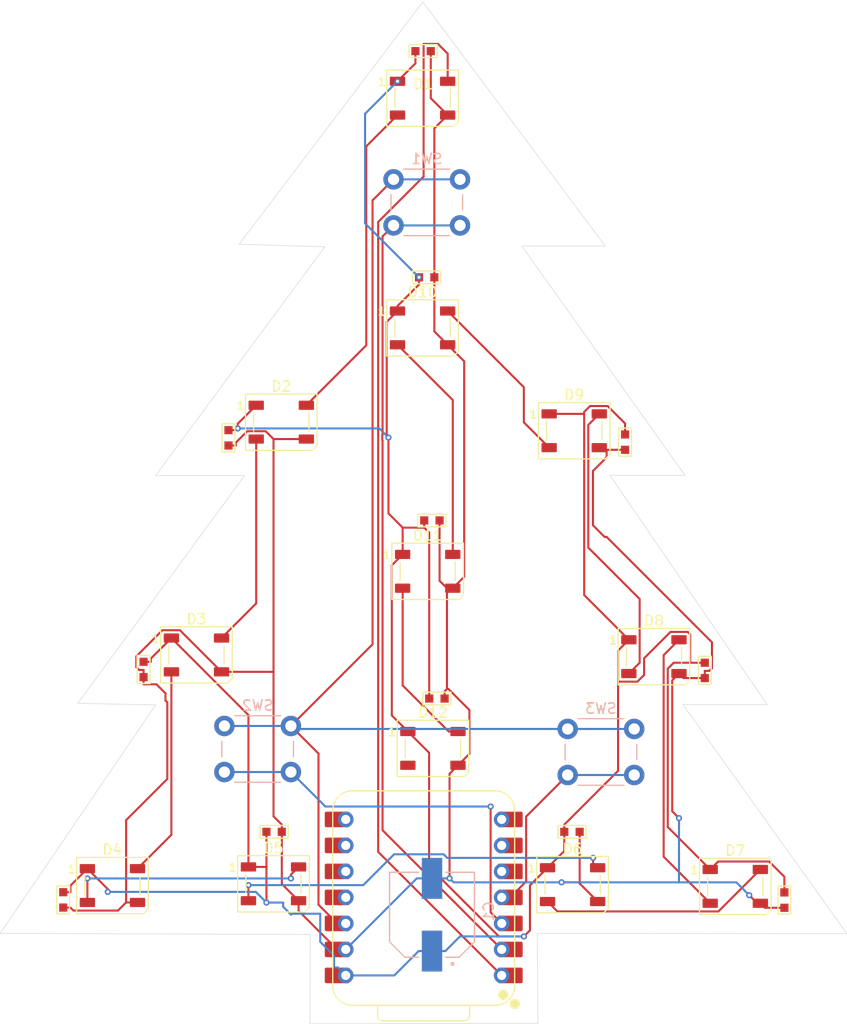
<source format=kicad_pcb>
(kicad_pcb (version 20241229) (generator "pcbnew") (generator_version "9.0")
  (layers (0 "F.Cu" signal) (2 "B.Cu" signal) (13 "F.Paste" user) (15 "B.Paste" user) (5 "F.SilkS" user "F.Silkscreen") (7 "B.SilkS" user "B.Silkscreen") (1 "F.Mask" user) (3 "B.Mask" user) (25 "Edge.Cuts" user))
  (net 0 "")
  (net 1 "Net-(D1-DIN)")
  (net 2 "+5V")
  (net 3 "Net-(D1-DOUT)")
  (net 4 "GND")
  (net 5 "Net-(D2-DOUT)")
  (net 6 "Net-(D3-DOUT)")
  (net 7 "Net-(D4-DOUT)")
  (net 8 "Net-(D5-DOUT)")
  (net 9 "Net-(D6-DOUT)")
  (net 10 "Net-(D10-DIN)")
  (net 11 "Net-(D11-DOUT)")
  (net 12 "+3.3V")
  (net 13 "Net-(U2-GPIO2{slash}DA{slash}A1)")
  (net 14 "Net-(U2-GPIO3{slash}D2{slash}A2)")
  (net 15 "Net-(U2-GPIO4{slash}D3{slash}A3)")
  (net 23 "Net-(D7-DOUT)")
  (net 24 "Net-(D8-DOUT)")
  (net 25 "Net-(D10-DOUT)")
  (footprint "100nF Cap:WCAP-CSGP_0603_R" (layer "F.Cu") (at 137.28 143.4 -90)
    (property "Reference" "C5" (hide yes))
    (property "Value" "C")
    (pad "1" smd rect (at -0.75 0 270) (size 0.8 0.8) (layers "F.Cu" "F.Mask" "F.Paste") (net 2 "+5V"))
    (pad "2" smd rect (at 0.75 0 270) (size 0.8 0.8) (layers "F.Cu" "F.Mask" "F.Paste") (net 4 "GND"))
  )
  (footprint "LED_SMD:LED_WS2812B_PLCC4_5.0x5.0mm_P3.2mm" (layer "F.Cu") (at 172.4 65.08)
    (property "Reference" "D1" (at 0.05 -1.38 0) (layer "F.SilkS"))
    (property "Value" "WS2812B" (hide yes))
    (fp_text user "1" (at -4 -1.6 0) (layer "F.SilkS") (effects (font (size 0.8 0.8))))
    (pad "1" smd roundrect (at -2.45 -1.65) (size 1.5 0.9) (layers "F.Cu" "F.Mask" "F.Paste") (roundrect_rratio 0.1) (net 2 "+5V"))
    (pad "2" smd roundrect (at -2.45 1.65) (size 1.5 0.9) (layers "F.Cu" "F.Mask" "F.Paste") (roundrect_rratio 0.1) (net 3 "Net-(D1-DOUT)"))
    (pad "3" smd roundrect (at 2.45 1.65) (size 1.5 0.9) (layers "F.Cu" "F.Mask" "F.Paste") (roundrect_rratio 0.1) (net 4 "GND"))
    (pad "4" smd roundrect (at 2.45 -1.65) (size 1.5 0.9) (layers "F.Cu" "F.Mask" "F.Paste") (roundrect_rratio 0.1) (net 1 "Net-(D1-DIN)"))
  )
  (footprint "LED_SMD:LED_WS2812B_PLCC4_5.0x5.0mm_P3.2mm" (layer "F.Cu") (at 157.83 141.83)
    (property "Reference" "D5" (at 0 -3.5 0) (layer "F.SilkS"))
    (property "Value" "WS2812B" (hide yes))
    (fp_text user "1" (at -4 -1.6 0) (layer "F.SilkS") (effects (font (size 0.8 0.8))))
    (pad "1" smd roundrect (at -2.45 -1.65) (size 1.5 0.9) (layers "F.Cu" "F.Mask" "F.Paste") (roundrect_rratio 0.1) (net 2 "+5V"))
    (pad "2" smd roundrect (at -2.45 1.65) (size 1.5 0.9) (layers "F.Cu" "F.Mask" "F.Paste") (roundrect_rratio 0.1) (net 8 "Net-(D5-DOUT)"))
    (pad "3" smd roundrect (at 2.45 1.65) (size 1.5 0.9) (layers "F.Cu" "F.Mask" "F.Paste") (roundrect_rratio 0.1) (net 4 "GND"))
    (pad "4" smd roundrect (at 2.45 -1.65) (size 1.5 0.9) (layers "F.Cu" "F.Mask" "F.Paste") (roundrect_rratio 0.1) (net 7 "Net-(D4-DOUT)"))
  )
  (footprint "100nF Cap:WCAP-CSGP_0603_R" (layer "F.Cu") (at 192.19 98.68 -90)
    (property "Reference" "C10" (hide yes))
    (property "Value" "C")
    (pad "1" smd rect (at -0.75 0 270) (size 0.8 0.8) (layers "F.Cu" "F.Mask" "F.Paste") (net 2 "+5V"))
    (pad "2" smd rect (at 0.75 0 270) (size 0.8 0.8) (layers "F.Cu" "F.Mask" "F.Paste") (net 4 "GND"))
  )
  (footprint "LED_SMD:LED_WS2812B_PLCC4_5.0x5.0mm_P3.2mm" (layer "F.Cu") (at 150.3 119.47)
    (property "Reference" "D3" (at 0 -3.5 0) (layer "F.SilkS"))
    (property "Value" "WS2812B" (hide yes))
    (fp_text user "1" (at -4 -1.6 0) (layer "F.SilkS") (effects (font (size 0.8 0.8))))
    (pad "1" smd roundrect (at -2.45 -1.65) (size 1.5 0.9) (layers "F.Cu" "F.Mask" "F.Paste") (roundrect_rratio 0.1) (net 2 "+5V"))
    (pad "2" smd roundrect (at -2.45 1.65) (size 1.5 0.9) (layers "F.Cu" "F.Mask" "F.Paste") (roundrect_rratio 0.1) (net 6 "Net-(D3-DOUT)"))
    (pad "3" smd roundrect (at 2.45 1.65) (size 1.5 0.9) (layers "F.Cu" "F.Mask" "F.Paste") (roundrect_rratio 0.1) (net 4 "GND"))
    (pad "4" smd roundrect (at 2.45 -1.65) (size 1.5 0.9) (layers "F.Cu" "F.Mask" "F.Paste") (roundrect_rratio 0.1) (net 5 "Net-(D2-DOUT)"))
  )
  (footprint "LED_SMD:LED_WS2812B_PLCC4_5.0x5.0mm_P3.2mm" (layer "F.Cu") (at 172.4 87.52)
    (property "Reference" "D10" (at 0 -3.5 0) (layer "F.SilkS"))
    (property "Value" "WS2812B" (hide yes))
    (fp_text user "1" (at -4 -1.6 0) (layer "F.SilkS") (effects (font (size 0.8 0.8))))
    (pad "1" smd roundrect (at -2.45 -1.65) (size 1.5 0.9) (layers "F.Cu" "F.Mask" "F.Paste") (roundrect_rratio 0.1) (net 2 "+5V"))
    (pad "2" smd roundrect (at -2.45 1.65) (size 1.5 0.9) (layers "F.Cu" "F.Mask" "F.Paste") (roundrect_rratio 0.1) (net 25 "Net-(D10-DOUT)"))
    (pad "3" smd roundrect (at 2.45 1.65) (size 1.5 0.9) (layers "F.Cu" "F.Mask" "F.Paste") (roundrect_rratio 0.1) (net 4 "GND"))
    (pad "4" smd roundrect (at 2.45 -1.65) (size 1.5 0.9) (layers "F.Cu" "F.Mask" "F.Paste") (roundrect_rratio 0.1) (net 10 "Net-(D10-DIN)"))
  )
  (footprint "100nF Cap:WCAP-CSGP_0603_R" (layer "F.Cu") (at 187 136.75)
    (property "Reference" "C7" (hide yes))
    (property "Value" "C")
    (pad "1" smd rect (at -0.75 0) (size 0.8 0.8) (layers "F.Cu" "F.Mask" "F.Paste") (net 2 "+5V"))
    (pad "2" smd rect (at 0.75 0) (size 0.8 0.8) (layers "F.Cu" "F.Mask" "F.Paste") (net 4 "GND"))
  )
  (footprint "100nF Cap:WCAP-CSGP_0603_R" (layer "F.Cu") (at 153.43 98.26 -90)
    (property "Reference" "C3" (hide yes))
    (property "Value" "C")
    (pad "1" smd rect (at -0.75 0 270) (size 0.8 0.8) (layers "F.Cu" "F.Mask" "F.Paste") (net 2 "+5V"))
    (pad "2" smd rect (at 0.75 0 270) (size 0.8 0.8) (layers "F.Cu" "F.Mask" "F.Paste") (net 4 "GND"))
  )
  (footprint "LED_SMD:LED_WS2812B_PLCC4_5.0x5.0mm_P3.2mm" (layer "F.Cu") (at 187.06 141.91)
    (property "Reference" "D6" (at 0 -3.5 0) (layer "F.SilkS"))
    (property "Value" "WS2812B" (hide yes))
    (fp_text user "1" (at -4 -1.6 0) (layer "F.SilkS") (effects (font (size 0.8 0.8))))
    (pad "1" smd roundrect (at -2.45 -1.65) (size 1.5 0.9) (layers "F.Cu" "F.Mask" "F.Paste") (roundrect_rratio 0.1) (net 2 "+5V"))
    (pad "2" smd roundrect (at -2.45 1.65) (size 1.5 0.9) (layers "F.Cu" "F.Mask" "F.Paste") (roundrect_rratio 0.1) (net 9 "Net-(D6-DOUT)"))
    (pad "3" smd roundrect (at 2.45 1.65) (size 1.5 0.9) (layers "F.Cu" "F.Mask" "F.Paste") (roundrect_rratio 0.1) (net 4 "GND"))
    (pad "4" smd roundrect (at 2.45 -1.65) (size 1.5 0.9) (layers "F.Cu" "F.Mask" "F.Paste") (roundrect_rratio 0.1) (net 8 "Net-(D5-DOUT)"))
  )
  (footprint "LED_SMD:LED_WS2812B_PLCC4_5.0x5.0mm_P3.2mm" (layer "F.Cu") (at 173.41 128.6)
    (property "Reference" "D12" (at 0 -3.5 0) (layer "F.SilkS"))
    (property "Value" "WS2812B" (hide yes))
    (fp_text user "1" (at -4 -1.6 0) (layer "F.SilkS") (effects (font (size 0.8 0.8))))
    (pad "1" smd roundrect (at -2.45 -1.65) (size 1.5 0.9) (layers "F.Cu" "F.Mask" "F.Paste") (roundrect_rratio 0.1) (net 2 "+5V"))
    (pad "2" smd roundrect (at -2.45 1.65) (size 1.5 0.9) (layers "F.Cu" "F.Mask" "F.Paste") (roundrect_rratio 0.1))
    (pad "3" smd roundrect (at 2.45 1.65) (size 1.5 0.9) (layers "F.Cu" "F.Mask" "F.Paste") (roundrect_rratio 0.1) (net 4 "GND"))
    (pad "4" smd roundrect (at 2.45 -1.65) (size 1.5 0.9) (layers "F.Cu" "F.Mask" "F.Paste") (roundrect_rratio 0.1) (net 11 "Net-(D11-DOUT)"))
  )
  (footprint "LED_SMD:LED_WS2812B_PLCC4_5.0x5.0mm_P3.2mm" (layer "F.Cu") (at 142.09 142)
    (property "Reference" "D4" (at 0 -3.5 0) (layer "F.SilkS"))
    (property "Value" "WS2812B" (hide yes))
    (fp_text user "1" (at -4 -1.6 0) (layer "F.SilkS") (effects (font (size 0.8 0.8))))
    (pad "1" smd roundrect (at -2.45 -1.65) (size 1.5 0.9) (layers "F.Cu" "F.Mask" "F.Paste") (roundrect_rratio 0.1) (net 2 "+5V"))
    (pad "2" smd roundrect (at -2.45 1.65) (size 1.5 0.9) (layers "F.Cu" "F.Mask" "F.Paste") (roundrect_rratio 0.1) (net 7 "Net-(D4-DOUT)"))
    (pad "3" smd roundrect (at 2.45 1.65) (size 1.5 0.9) (layers "F.Cu" "F.Mask" "F.Paste") (roundrect_rratio 0.1) (net 4 "GND"))
    (pad "4" smd roundrect (at 2.45 -1.65) (size 1.5 0.9) (layers "F.Cu" "F.Mask" "F.Paste") (roundrect_rratio 0.1) (net 6 "Net-(D3-DOUT)"))
  )
  (footprint "100nF Cap:WCAP-CSGP_0603_R" (layer "F.Cu") (at 157.89 136.75)
    (property "Reference" "C6" (hide yes))
    (property "Value" "C")
    (pad "1" smd rect (at -0.75 0) (size 0.8 0.8) (layers "F.Cu" "F.Mask" "F.Paste") (net 2 "+5V"))
    (pad "2" smd rect (at 0.75 0) (size 0.8 0.8) (layers "F.Cu" "F.Mask" "F.Paste") (net 4 "GND"))
  )
  (footprint "100nF Cap:WCAP-CSGP_0603_R" (layer "F.Cu") (at 207.76 143.42 -90)
    (property "Reference" "C8" (hide yes))
    (property "Value" "C")
    (pad "1" smd rect (at -0.75 0 270) (size 0.8 0.8) (layers "F.Cu" "F.Mask" "F.Paste") (net 2 "+5V"))
    (pad "2" smd rect (at 0.75 0 270) (size 0.8 0.8) (layers "F.Cu" "F.Mask" "F.Paste") (net 4 "GND"))
  )
  (footprint "LED_SMD:LED_WS2812B_PLCC4_5.0x5.0mm_P3.2mm" (layer "F.Cu") (at 158.59 96.73)
    (property "Reference" "D2" (at 0 -3.5 0) (layer "F.SilkS"))
    (property "Value" "WS2812B" (hide yes))
    (fp_text user "1" (at -4 -1.6 0) (layer "F.SilkS") (effects (font (size 0.8 0.8))))
    (pad "1" smd roundrect (at -2.45 -1.65) (size 1.5 0.9) (layers "F.Cu" "F.Mask" "F.Paste") (roundrect_rratio 0.1) (net 2 "+5V"))
    (pad "2" smd roundrect (at -2.45 1.65) (size 1.5 0.9) (layers "F.Cu" "F.Mask" "F.Paste") (roundrect_rratio 0.1) (net 5 "Net-(D2-DOUT)"))
    (pad "3" smd roundrect (at 2.45 1.65) (size 1.5 0.9) (layers "F.Cu" "F.Mask" "F.Paste") (roundrect_rratio 0.1) (net 4 "GND"))
    (pad "4" smd roundrect (at 2.45 -1.65) (size 1.5 0.9) (layers "F.Cu" "F.Mask" "F.Paste") (roundrect_rratio 0.1) (net 3 "Net-(D1-DOUT)"))
  )
  (footprint "xiao seeed:XIAO-ESP32S3-DIP" (layer "F.Cu") (at 172.51 143.16 180)
    (property "Reference" "U2" (hide yes))
    (property "Value" "XIAO-ESP32-S3-DIP")
    (pad "1" smd roundrect (at -8.455 -7.62) (size 2.432 1.524) (layers "F.Cu" "F.Mask") (roundrect_rratio 0.1) (net 1 "Net-(D1-DIN)"))
    (pad "1" thru_hole circle (at -7.62 -7.62) (size 1.524 1.524) (drill 0.889) (layers "*.Cu" "*.Mask") (net 1 "Net-(D1-DIN)"))
    (pad "2" smd roundrect (at -8.455 -5.08) (size 2.432 1.524) (layers "F.Cu" "F.Mask") (roundrect_rratio 0.1) (net 13 "Net-(U2-GPIO2{slash}DA{slash}A1)"))
    (pad "2" thru_hole circle (at -7.62 -5.08) (size 1.524 1.524) (drill 0.889) (layers "*.Cu" "*.Mask") (net 13 "Net-(U2-GPIO2{slash}DA{slash}A1)"))
    (pad "3" smd roundrect (at -8.455 -2.54) (size 2.432 1.524) (layers "F.Cu" "F.Mask") (roundrect_rratio 0.1) (net 14 "Net-(U2-GPIO3{slash}D2{slash}A2)"))
    (pad "3" thru_hole circle (at -7.62 -2.54) (size 1.524 1.524) (drill 0.889) (layers "*.Cu" "*.Mask") (net 14 "Net-(U2-GPIO3{slash}D2{slash}A2)"))
    (pad "4" smd roundrect (at -8.455 0) (size 2.432 1.524) (layers "F.Cu" "F.Mask") (roundrect_rratio 0.1) (net 15 "Net-(U2-GPIO4{slash}D3{slash}A3)"))
    (pad "4" thru_hole circle (at -7.62 0) (size 1.524 1.524) (drill 0.889) (layers "*.Cu" "*.Mask") (net 15 "Net-(U2-GPIO4{slash}D3{slash}A3)"))
    (pad "5" smd roundrect (at -8.455 2.54) (size 2.432 1.524) (layers "F.Cu" "F.Mask") (roundrect_rratio 0.1))
    (pad "5" thru_hole circle (at -7.62 2.54) (size 1.524 1.524) (drill 0.889) (layers "*.Cu" "*.Mask"))
    (pad "6" smd roundrect (at -8.455 5.08) (size 2.432 1.524) (layers "F.Cu" "F.Mask") (roundrect_rratio 0.1))
    (pad "6" thru_hole circle (at -7.62 5.08) (size 1.524 1.524) (drill 0.889) (layers "*.Cu" "*.Mask"))
    (pad "7" smd roundrect (at -8.455 7.62) (size 2.432 1.524) (layers "F.Cu" "F.Mask") (roundrect_rratio 0.1))
    (pad "7" thru_hole circle (at -7.62 7.62) (size 1.524 1.524) (drill 0.889) (layers "*.Cu" "*.Mask"))
    (pad "8" thru_hole circle (at 7.62 7.62 180) (size 1.524 1.524) (drill 0.889) (layers "*.Cu" "*.Mask"))
    (pad "8" smd roundrect (at 8.455 7.62 180) (size 2.432 1.524) (layers "F.Cu" "F.Mask") (roundrect_rratio 0.1))
    (pad "9" thru_hole circle (at 7.62 5.08 180) (size 1.524 1.524) (drill 0.889) (layers "*.Cu" "*.Mask"))
    (pad "9" smd roundrect (at 8.455 5.08 180) (size 2.432 1.524) (layers "F.Cu" "F.Mask") (roundrect_rratio 0.1))
    (pad "10" thru_hole circle (at 7.62 2.54 180) (size 1.524 1.524) (drill 0.889) (layers "*.Cu" "*.Mask"))
    (pad "10" smd roundrect (at 8.455 2.54 180) (size 2.432 1.524) (layers "F.Cu" "F.Mask") (roundrect_rratio 0.1))
    (pad "11" thru_hole circle (at 7.62 0 180) (size 1.524 1.524) (drill 0.889) (layers "*.Cu" "*.Mask"))
    (pad "11" smd roundrect (at 8.455 0 180) (size 2.432 1.524) (layers "F.Cu" "F.Mask") (roundrect_rratio 0.1))
    (pad "12" thru_hole circle (at 7.62 -2.54 180) (size 1.524 1.524) (drill 0.889) (layers "*.Cu" "*.Mask") (net 12 "+3.3V"))
    (pad "12" smd roundrect (at 8.455 -2.54 180) (size 2.432 1.524) (layers "F.Cu" "F.Mask") (roundrect_rratio 0.1) (net 12 "+3.3V"))
    (pad "13" thru_hole circle (at 7.62 -5.08 180) (size 1.524 1.524) (drill 0.889) (layers "*.Cu" "*.Mask") (net 4 "GND"))
    (pad "13" smd roundrect (at 8.455 -5.08 180) (size 2.432 1.524) (layers "F.Cu" "F.Mask") (roundrect_rratio 0.1) (net 4 "GND"))
    (pad "14" thru_hole circle (at 7.62 -7.62 180) (size 1.524 1.524) (drill 0.889) (layers "*.Cu" "*.Mask") (net 2 "+5V"))
    (pad "14" smd roundrect (at 8.455 -7.62 180) (size 2.432 1.524) (layers "F.Cu" "F.Mask") (roundrect_rratio 0.1) (net 2 "+5V"))
  )
  (footprint "100nF Cap:WCAP-CSGP_0603_R" (layer "F.Cu") (at 172.8 82.58)
    (property "Reference" "C11" (hide yes))
    (property "Value" "C")
    (pad "1" smd rect (at -0.75 0) (size 0.8 0.8) (layers "F.Cu" "F.Mask" "F.Paste") (net 2 "+5V"))
    (pad "2" smd rect (at 0.75 0) (size 0.8 0.8) (layers "F.Cu" "F.Mask" "F.Paste") (net 4 "GND"))
  )
  (footprint "100nF Cap:WCAP-CSGP_0603_R" (layer "F.Cu") (at 173.31 106.33)
    (property "Reference" "C12" (hide yes))
    (property "Value" "C")
    (pad "1" smd rect (at -0.75 0) (size 0.8 0.8) (layers "F.Cu" "F.Mask" "F.Paste") (net 2 "+5V"))
    (pad "2" smd rect (at 0.75 0) (size 0.8 0.8) (layers "F.Cu" "F.Mask" "F.Paste") (net 4 "GND"))
  )
  (footprint "100nF Cap:WCAP-CSGP_0603_R" (layer "F.Cu") (at 172.45 60.48)
    (property "Reference" "C2" (hide yes))
    (property "Value" "C")
    (pad "1" smd rect (at -0.75 0) (size 0.8 0.8) (layers "F.Cu" "F.Mask" "F.Paste") (net 2 "+5V"))
    (pad "2" smd rect (at 0.75 0) (size 0.8 0.8) (layers "F.Cu" "F.Mask" "F.Paste") (net 4 "GND"))
  )
  (footprint "100nF Cap:WCAP-CSGP_0603_R" (layer "F.Cu") (at 199.98 120.98 -90)
    (property "Reference" "C9" (hide yes))
    (property "Value" "C")
    (pad "1" smd rect (at -0.75 0 270) (size 0.8 0.8) (layers "F.Cu" "F.Mask" "F.Paste") (net 2 "+5V"))
    (pad "2" smd rect (at 0.75 0 270) (size 0.8 0.8) (layers "F.Cu" "F.Mask" "F.Paste") (net 4 "GND"))
  )
  (footprint "100nF Cap:WCAP-CSGP_0603_R" (layer "F.Cu") (at 173.8 123.73)
    (property "Reference" "C13" (hide yes))
    (property "Value" "C")
    (pad "1" smd rect (at -0.75 0) (size 0.8 0.8) (layers "F.Cu" "F.Mask" "F.Paste") (net 2 "+5V"))
    (pad "2" smd rect (at 0.75 0) (size 0.8 0.8) (layers "F.Cu" "F.Mask" "F.Paste") (net 4 "GND"))
  )
  (footprint "100nF Cap:WCAP-CSGP_0603_R" (layer "F.Cu") (at 145.13 120.89 -90)
    (property "Reference" "C4" (hide yes))
    (property "Value" "C")
    (pad "1" smd rect (at -0.75 0 270) (size 0.8 0.8) (layers "F.Cu" "F.Mask" "F.Paste") (net 2 "+5V"))
    (pad "2" smd rect (at 0.75 0 270) (size 0.8 0.8) (layers "F.Cu" "F.Mask" "F.Paste") (net 4 "GND"))
  )
  (footprint "LED_SMD:LED_WS2812B_PLCC4_5.0x5.0mm_P3.2mm" (layer "F.Cu") (at 202.96 142.08)
    (property "Reference" "D7" (at 0 -3.5 0) (layer "F.SilkS"))
    (property "Value" "WS2812B" (hide yes))
    (fp_text user "1" (at -4 -1.6 0) (layer "F.SilkS") (effects (font (size 0.8 0.8))))
    (pad "1" smd roundrect (at -2.45 -1.65) (size 1.5 0.9) (layers "F.Cu" "F.Mask" "F.Paste") (roundrect_rratio 0.1) (net 2 "+5V"))
    (pad "2" smd roundrect (at -2.45 1.65) (size 1.5 0.9) (layers "F.Cu" "F.Mask" "F.Paste") (roundrect_rratio 0.1) (net 23 "Net-(D7-DOUT)"))
    (pad "3" smd roundrect (at 2.45 1.65) (size 1.5 0.9) (layers "F.Cu" "F.Mask" "F.Paste") (roundrect_rratio 0.1) (net 4 "GND"))
    (pad "4" smd roundrect (at 2.45 -1.65) (size 1.5 0.9) (layers "F.Cu" "F.Mask" "F.Paste") (roundrect_rratio 0.1) (net 9 "Net-(D6-DOUT)"))
  )
  (footprint "LED_SMD:LED_WS2812B_PLCC4_5.0x5.0mm_P3.2mm" (layer "F.Cu") (at 187.22 97.57)
    (property "Reference" "D9" (at 0 -3.5 0) (layer "F.SilkS"))
    (property "Value" "WS2812B" (hide yes))
    (fp_text user "1" (at -4 -1.6 0) (layer "F.SilkS") (effects (font (size 0.8 0.8))))
    (pad "1" smd roundrect (at -2.45 -1.65) (size 1.5 0.9) (layers "F.Cu" "F.Mask" "F.Paste") (roundrect_rratio 0.1) (net 2 "+5V"))
    (pad "2" smd roundrect (at -2.45 1.65) (size 1.5 0.9) (layers "F.Cu" "F.Mask" "F.Paste") (roundrect_rratio 0.1) (net 10 "Net-(D10-DIN)"))
    (pad "3" smd roundrect (at 2.45 1.65) (size 1.5 0.9) (layers "F.Cu" "F.Mask" "F.Paste") (roundrect_rratio 0.1) (net 4 "GND"))
    (pad "4" smd roundrect (at 2.45 -1.65) (size 1.5 0.9) (layers "F.Cu" "F.Mask" "F.Paste") (roundrect_rratio 0.1) (net 24 "Net-(D8-DOUT)"))
  )
  (footprint "LED_SMD:LED_WS2812B_PLCC4_5.0x5.0mm_P3.2mm" (layer "F.Cu") (at 195.01 119.64)
    (property "Reference" "D8" (at 0 -3.5 0) (layer "F.SilkS"))
    (property "Value" "WS2812B" (hide yes))
    (fp_text user "1" (at -4 -1.6 0) (layer "F.SilkS") (effects (font (size 0.8 0.8))))
    (pad "1" smd roundrect (at -2.45 -1.65) (size 1.5 0.9) (layers "F.Cu" "F.Mask" "F.Paste") (roundrect_rratio 0.1) (net 2 "+5V"))
    (pad "2" smd roundrect (at -2.45 1.65) (size 1.5 0.9) (layers "F.Cu" "F.Mask" "F.Paste") (roundrect_rratio 0.1) (net 24 "Net-(D8-DOUT)"))
    (pad "3" smd roundrect (at 2.45 1.65) (size 1.5 0.9) (layers "F.Cu" "F.Mask" "F.Paste") (roundrect_rratio 0.1) (net 4 "GND"))
    (pad "4" smd roundrect (at 2.45 -1.65) (size 1.5 0.9) (layers "F.Cu" "F.Mask" "F.Paste") (roundrect_rratio 0.1) (net 23 "Net-(D7-DOUT)"))
  )
  (footprint "LED_SMD:LED_WS2812B_PLCC4_5.0x5.0mm_P3.2mm" (layer "F.Cu") (at 172.9 111.3)
    (property "Reference" "D11" (at 0 -3.5 0) (layer "F.SilkS"))
    (property "Value" "WS2812B" (hide yes))
    (fp_text user "1" (at -4 -1.6 0) (layer "F.SilkS") (effects (font (size 0.8 0.8))))
    (pad "1" smd roundrect (at -2.45 -1.65) (size 1.5 0.9) (layers "F.Cu" "F.Mask" "F.Paste") (roundrect_rratio 0.1) (net 2 "+5V"))
    (pad "2" smd roundrect (at -2.45 1.65) (size 1.5 0.9) (layers "F.Cu" "F.Mask" "F.Paste") (roundrect_rratio 0.1) (net 11 "Net-(D11-DOUT)"))
    (pad "3" smd roundrect (at 2.45 1.65) (size 1.5 0.9) (layers "F.Cu" "F.Mask" "F.Paste") (roundrect_rratio 0.1) (net 4 "GND"))
    (pad "4" smd roundrect (at 2.45 -1.65) (size 1.5 0.9) (layers "F.Cu" "F.Mask" "F.Paste") (roundrect_rratio 0.1) (net 25 "Net-(D10-DOUT)"))
  )
  (footprint "100uF Cap:CAP_EEEFC1E101P" (layer "B.Cu") (at 173.32 144.85 90)
    (property "Reference" "C1" (at 0.325 5.535 90) (layer "B.SilkS") (effects (justify mirror)))
    (property "Value" "C1")
    (pad "1" smd rect (at -3.55 0 90) (size 4 2) (layers "B.Cu" "B.Mask" "B.Paste") (net 2 "+5V"))
    (pad "2" smd rect (at 3.55 0 90) (size 4 2) (layers "B.Cu" "B.Mask" "B.Paste") (net 4 "GND"))
  )
  (footprint "Button_Switch_THT:SW_PUSH_6mm" (layer "B.Cu") (at 159.53 126.41 180)
    (property "Reference" "SW2" (at 3.25 2 0) (layer "B.SilkS") (effects (justify mirror)))
    (property "Value" "SW_Push")
    (pad "1" thru_hole circle (at 0 0 90) (size 2 2) (drill 1.1) (layers "*.Cu" "*.Mask") (net 12 "+3.3V"))
    (pad "1" thru_hole circle (at 6.5 0 90) (size 2 2) (drill 1.1) (layers "*.Cu" "*.Mask") (net 12 "+3.3V"))
    (pad "2" thru_hole circle (at 0 -4.5 90) (size 2 2) (drill 1.1) (layers "*.Cu" "*.Mask") (net 14 "Net-(U2-GPIO3{slash}D2{slash}A2)"))
    (pad "2" thru_hole circle (at 6.5 -4.5 90) (size 2 2) (drill 1.1) (layers "*.Cu" "*.Mask") (net 14 "Net-(U2-GPIO3{slash}D2{slash}A2)"))
  )
  (footprint "Button_Switch_THT:SW_PUSH_6mm" (layer "B.Cu") (at 193.08 126.7 180)
    (property "Reference" "SW3" (at 3.25 2 0) (layer "B.SilkS") (effects (justify mirror)))
    (property "Value" "SW_Push")
    (pad "1" thru_hole circle (at 0 0 90) (size 2 2) (drill 1.1) (layers "*.Cu" "*.Mask") (net 12 "+3.3V"))
    (pad "1" thru_hole circle (at 6.5 0 90) (size 2 2) (drill 1.1) (layers "*.Cu" "*.Mask") (net 12 "+3.3V"))
    (pad "2" thru_hole circle (at 0 -4.5 90) (size 2 2) (drill 1.1) (layers "*.Cu" "*.Mask") (net 15 "Net-(U2-GPIO4{slash}D3{slash}A3)"))
    (pad "2" thru_hole circle (at 6.5 -4.5 90) (size 2 2) (drill 1.1) (layers "*.Cu" "*.Mask") (net 15 "Net-(U2-GPIO4{slash}D3{slash}A3)"))
  )
  (footprint "Button_Switch_THT:SW_PUSH_6mm" (layer "B.Cu") (at 176.06 73.01 180)
    (property "Reference" "SW1" (at 3.25 2 0) (layer "B.SilkS") (effects (justify mirror)))
    (property "Value" "SW_Push")
    (pad "1" thru_hole circle (at 0 0 90) (size 2 2) (drill 1.1) (layers "*.Cu" "*.Mask") (net 12 "+3.3V"))
    (pad "1" thru_hole circle (at 6.5 0 90) (size 2 2) (drill 1.1) (layers "*.Cu" "*.Mask") (net 12 "+3.3V"))
    (pad "2" thru_hole circle (at 0 -4.5 90) (size 2 2) (drill 1.1) (layers "*.Cu" "*.Mask") (net 13 "Net-(U2-GPIO2{slash}DA{slash}A1)"))
    (pad "2" thru_hole circle (at 6.5 -4.5 90) (size 2 2) (drill 1.1) (layers "*.Cu" "*.Mask") (net 13 "Net-(U2-GPIO2{slash}DA{slash}A1)"))
  )
  (gr_line (start 138.7 124.2) (end 155 101.95) (stroke (width 0.05)) (layer "Edge.Cuts"))
  (gr_line (start 146.3 101.95) (end 162.85 79.6) (stroke (width 0.05)) (layer "Edge.Cuts"))
  (gr_line (start 206.075 124.325) (end 197.85 124.325) (stroke (width 0.05)) (layer "Edge.Cuts"))
  (gr_line (start 183.67 155.46) (end 161.38979 155.500611) (stroke (width 0.05)) (layer "Edge.Cuts"))
  (gr_line (start 172.425 55.675) (end 190.25 79.525) (stroke (width 0.05)) (layer "Edge.Cuts"))
  (gr_line (start 183.61 146.67) (end 183.67 155.46) (stroke (width 0.05)) (layer "Edge.Cuts"))
  (gr_line (start 198.05 101.925) (end 190.71 101.925) (stroke (width 0.05)) (layer "Edge.Cuts"))
  (gr_line (start 213.875 146.7) (end 183.61 146.67) (stroke (width 0.05)) (layer "Edge.Cuts"))
  (gr_line (start 190.71 101.925) (end 206.075 124.325) (stroke (width 0.05)) (layer "Edge.Cuts"))
  (gr_line (start 197.85 124.325) (end 213.875 146.7) (stroke (width 0.05)) (layer "Edge.Cuts"))
  (gr_line (start 162.85 79.6) (end 154.475 79.35) (stroke (width 0.05)) (layer "Edge.Cuts"))
  (gr_line (start 154.475 79.35) (end 172.425 55.675) (stroke (width 0.05)) (layer "Edge.Cuts"))
  (gr_line (start 131.125 146.670606) (end 146.31 124.35) (stroke (width 0.05)) (layer "Edge.Cuts"))
  (gr_line (start 182.1 79.525) (end 198.05 101.925) (stroke (width 0.05)) (layer "Edge.Cuts"))
  (gr_line (start 155 101.95) (end 146.3 101.95) (stroke (width 0.05)) (layer "Edge.Cuts"))
  (gr_line (start 161.39 155.5) (end 161.42 146.78) (stroke (width 0.05)) (layer "Edge.Cuts"))
  (gr_line (start 190.25 79.525) (end 182.1 79.525) (stroke (width 0.05)) (layer "Edge.Cuts"))
  (gr_line (start 161.42 146.78) (end 131.125 146.670606) (stroke (width 0.05)) (layer "Edge.Cuts"))
  (gr_line (start 146.31 124.35) (end 138.7 124.2) (stroke (width 0.05)) (layer "Edge.Cuts"))
  (segment (start 174.85 63.43) (end 174.85 60.728) (width 0.2) (layer "F.Cu") (net 1))
  (segment (start 174.85 60.728) (end 173.901 59.779) (width 0.2) (layer "F.Cu") (net 1))
  (segment (start 180.13 150.78) (end 180.965 150.78) (width 0.2) (layer "F.Cu") (net 1))
  (segment (start 172.499 59.779) (end 172.499 72.731108) (width 0.2) (layer "F.Cu") (net 1))
  (segment (start 173.901 59.779) (end 172.499 59.779) (width 0.2) (layer "F.Cu") (net 1))
  (segment (start 172.499 72.731108) (end 168.06 77.170108) (width 0.2) (layer "F.Cu") (net 1))
  (segment (start 168.06 138.71) (end 180.13 150.78) (width 0.2) (layer "F.Cu") (net 1))
  (segment (start 168.06 77.170108) (end 168.06 138.71) (width 0.2) (layer "F.Cu") (net 1))
  (segment (start 173.0382 129.0282) (end 170.96 126.95) (width 0.2) (layer "F.Cu") (net 2))
  (segment (start 154.2991 97.3426) (end 154.3349 97.3426) (width 0.2) (layer "F.Cu") (net 2))
  (segment (start 198.3136 117.2204) (end 196.6293 117.2204) (width 0.2) (layer "F.Cu") (net 2))
  (segment (start 182.8923 146.3777) (end 182.8923 141.9777) (width 0.2) (layer "F.Cu") (net 2))
  (segment (start 190.4826 95.1529) (end 188.7699 95.1529) (width 0.2) (layer "F.Cu") (net 2))
  (segment (start 169.3917 110.7083) (end 169.3917 125.3817) (width 0.2) (layer "F.Cu") (net 2))
  (segment (start 154.3349 97.3426) (end 154.3349 96.8851) (width 0.2) (layer "F.Cu") (net 2))
  (segment (start 188.1947 113.6247) (end 192.56 117.99) (width 0.2) (layer "F.Cu") (net 2))
  (segment (start 169.0627 98.231) (end 168.8941 98.231) (width 0.2) (layer "F.Cu") (net 2))
  (segment (start 139.64 140.35) (end 141.6327 142.3427) (width 0.2) (layer "F.Cu") (net 2))
  (segment (start 137.28 142.65) (end 137.9817 142.65) (width 0.2) (layer "F.Cu") (net 2))
  (segment (start 145.8317 119.8383) (end 147.85 117.82) (width 0.2) (layer "F.Cu") (net 2))
  (segment (start 182.3 146.97) (end 179.8555 146.97) (width 0.2) (layer "F.Cu") (net 2))
  (segment (start 179.8555 146.97) (end 173.0382 140.1527) (width 0.2) (layer "F.Cu") (net 2))
  (segment (start 194.0494 119.8003) (end 194.0494 121.4216) (width 0.2) (layer "F.Cu") (net 2))
  (segment (start 196.9455 120.23) (end 198.5508 120.23) (width 0.2) (layer "F.Cu") (net 2))
  (segment (start 137.9817 142.0083) (end 139.64 140.35) (width 0.2) (layer "F.Cu") (net 2))
  (segment (start 171.7 61.68) (end 171.7 60.48) (width 0.2) (layer "F.Cu") (net 2))
  (segment (start 173.0382 140.1527) (end 173.0382 129.0282) (width 0.2) (layer "F.Cu") (net 2))
  (segment (start 147.85 117.82) (end 155.38 125.35) (width 0.2) (layer "F.Cu") (net 2))
  (segment (start 169.3917 125.3817) (end 170.96 126.95) (width 0.2) (layer "F.Cu") (net 2))
  (segment (start 186.25 136.0483) (end 191.5057 130.7926) (width 0.2) (layer "F.Cu") (net 2))
  (segment (start 172.56 106.33) (end 172.56 106.9308) (width 0.2) (layer "F.Cu") (net 2))
  (segment (start 157.14 140.18) (end 155.38 140.18) (width 0.2) (layer "F.Cu") (net 2))
  (segment (start 196.3592 136.2792) (end 196.3592 120.8163) (width 0.2) (layer "F.Cu") (net 2))
  (segment (start 184.77 95.92) (end 188.1947 95.92) (width 0.2) (layer "F.Cu") (net 2))
  (segment (start 168.8941 98.231) (end 168.8941 86.9259) (width 0.2) (layer "F.Cu") (net 2))
  (segment (start 188.1947 95.92) (end 188.1947 113.6247) (width 0.2) (layer "F.Cu") (net 2))
  (segment (start 198.5508 117.4576) (end 198.3136 117.2204) (width 0.2) (layer "F.Cu") (net 2))
  (segment (start 188.7699 95.1529) (end 188.1947 95.7281) (width 0.2) (layer "F.Cu") (net 2))
  (segment (start 196.6293 117.2204) (end 194.0494 119.8003) (width 0.2) (layer "F.Cu") (net 2))
  (segment (start 191.5057 130.7926) (end 191.5057 122.0796) (width 0.2) (layer "F.Cu") (net 2))
  (segment (start 188.1947 95.7281) (end 188.1947 95.92) (width 0.2) (layer "F.Cu") (net 2))
  (segment (start 145.8317 120.14) (end 145.8317 119.8383) (width 0.2) (layer "F.Cu") (net 2))
  (segment (start 141.6327 142.3427) (end 141.6327 142.6183) (width 0.2) (layer "F.Cu") (net 2))
  (segment (start 168.8941 86.9259) (end 169.95 85.87) (width 0.2) (layer "F.Cu") (net 2))
  (segment (start 164.89 150.78) (end 164.055 150.78) (width 0.2) (layer "F.Cu") (net 2))
  (segment (start 172.56 107.0317) (end 170.45 107.0317) (width 0.2) (layer "F.Cu") (net 2))
  (segment (start 172.05 82.58) (end 172.05 83.1808) (width 0.2) (layer "F.Cu") (net 2))
  (segment (start 198.5508 120.23) (end 198.5508 117.4576) (width 0.2) (layer "F.Cu") (net 2))
  (segment (start 153.43 97.51) (end 154.1317 97.51) (width 0.2) (layer "F.Cu") (net 2))
  (segment (start 169.95 85.3817) (end 169.95 85.87) (width 0.2) (layer "F.Cu") (net 2))
  (segment (start 194.0494 121.4216) (end 193.3914 122.0796) (width 0.2) (layer "F.Cu") (net 2))
  (segment (start 172.05 83.2802) (end 172.05 83.2817) (width 0.2) (layer "F.Cu") (net 2))
  (segment (start 191.5057 119.0443) (end 192.56 117.99) (width 0.2) (layer "F.Cu") (net 2))
  (segment (start 191.5057 122.0796) (end 191.5057 119.0443) (width 0.2) (layer "F.Cu") (net 2))
  (segment (start 137.9817 142.65) (end 137.9817 142.0083) (width 0.2) (layer "F.Cu") (net 2))
  (segment (start 172.56 106.9308) (end 172.56 107.0302) (width 0.2) (layer "F.Cu") (net 2))
  (segment (start 182.8923 141.9777) (end 184.61 140.26) (width 0.2) (layer "F.Cu") (net 2))
  (segment (start 193.3914 122.0796) (end 191.5057 122.0796) (width 0.2) (layer "F.Cu") (net 2))
  (segment (start 170.45 107.0317) (end 169.0627 105.6444) (width 0.2) (layer "F.Cu") (net 2))
  (segment (start 186.25 138.62) (end 184.61 140.26) (width 0.2) (layer "F.Cu") (net 2))
  (segment (start 182.3 146.97) (end 182.8923 146.3777) (width 0.2) (layer "F.Cu") (net 2))
  (segment (start 157.14 136.75) (end 157.14 140.18) (width 0.2) (layer "F.Cu") (net 2))
  (segment (start 173.05 123.73) (end 173.05 107.5217) (width 0.2) (layer "F.Cu") (net 2))
  (segment (start 206.2683 139.6499) (end 201.2901 139.6499) (width 0.2) (layer "F.Cu") (net 2))
  (segment (start 192.19 96.8603) (end 190.4826 95.1529) (width 0.2) (layer "F.Cu") (net 2))
  (segment (start 207.76 141.1416) (end 206.2683 139.6499) (width 0.2) (layer "F.Cu") (net 2))
  (segment (start 196.3592 120.8163) (end 196.9455 120.23) (width 0.2) (layer "F.Cu") (net 2))
  (segment (start 201.2901 139.6499) (end 200.51 140.43) (width 0.2) (layer "F.Cu") (net 2))
  (segment (start 155.38 125.35) (end 155.38 140.18) (width 0.2) (layer "F.Cu") (net 2))
  (segment (start 186.25 136.75) (end 186.25 136.0483) (width 0.2) (layer "F.Cu") (net 2))
  (segment (start 173.05 107.5217) (end 172.56 107.0317) (width 0.2) (layer "F.Cu") (net 2))
  (segment (start 172.56 107.0302) (end 172.56 107.0317) (width 0.2) (layer "F.Cu") (net 2))
  (segment (start 154.3349 96.8851) (end 156.14 95.08) (width 0.2) (layer "F.Cu") (net 2))
  (segment (start 157.14 140.18) (end 157.14 143.6597) (width 0.2) (layer "F.Cu") (net 2))
  (segment (start 169.0627 105.6444) (end 169.0627 98.231) (width 0.2) (layer "F.Cu") (net 2))
  (segment (start 145.13 120.14) (end 145.8317 120.14) (width 0.2) (layer "F.Cu") (net 2))
  (segment (start 172.05 83.1808) (end 172.05 83.2802) (width 0.2) (layer "F.Cu") (net 2))
  (segment (start 169.95 63.43) (end 171.7 61.68) (width 0.2) (layer "F.Cu") (net 2))
  (segment (start 207.76 142.67) (end 207.76 141.1416) (width 0.2) (layer "F.Cu") (net 2))
  (segment (start 198.5508 120.23) (end 199.98 120.23) (width 0.2) (layer "F.Cu") (net 2))
  (segment (start 154.1317 97.51) (end 154.2991 97.3426) (width 0.2) (layer "F.Cu") (net 2))
  (segment (start 170.45 109.65) (end 169.3917 110.7083) (width 0.2) (layer "F.Cu") (net 2))
  (segment (start 192.19 97.93) (end 192.19 96.8603) (width 0.2) (layer "F.Cu") (net 2))
  (segment (start 200.51 140.43) (end 196.3592 136.2792) (width 0.2) (layer "F.Cu") (net 2))
  (segment (start 170.45 109.65) (end 170.45 107.0317) (width 0.2) (layer "F.Cu") (net 2))
  (segment (start 186.25 136.75) (end 186.25 138.62) (width 0.2) (layer "F.Cu") (net 2))
  (segment (start 172.05 83.2817) (end 169.95 85.3817) (width 0.2) (layer "F.Cu") (net 2))
  (via (at 172.05 82.58) (size 0.6) (drill 0.3) (layers "F.Cu" "B.Cu") (net 2))
  (via (at 169.0627 98.231) (size 0.6) (drill 0.3) (layers "F.Cu" "B.Cu") (net 2))
  (via (at 154.3349 97.3426) (size 0.6) (drill 0.3) (layers "F.Cu" "B.Cu") (net 2))
  (via (at 169.95 63.43) (size 0.6) (drill 0.3) (layers "F.Cu" "B.Cu") (net 2))
  (via (at 141.6327 142.6183) (size 0.6) (drill 0.3) (layers "F.Cu" "B.Cu") (net 2))
  (via (at 182.3 146.97) (size 0.6) (drill 0.3) (layers "F.Cu" "B.Cu") (net 2))
  (via (at 157.14 143.6597) (size 0.6) (drill 0.3) (layers "F.Cu" "B.Cu") (net 2))
  (segment (start 159.65 144.75) (end 162.4 144.75) (width 0.2) (layer "B.Cu") (net 2))
  (segment (start 173.32 148.4) (end 172.0183 148.4) (width 0.2) (layer "B.Cu") (net 2))
  (segment (start 163.75 148.85) (end 163.75 150) (width 0.2) (layer "B.Cu") (net 2))
  (segment (start 159.55 144.85) (end 159.65 144.75) (width 0.2) (layer "B.Cu") (net 2))
  (segment (start 182.3 146.97) (end 176.0517 146.97) (width 0.2) (layer "B.Cu") (net 2))
  (segment (start 162.4 147.5) (end 163.75 148.85) (width 0.2) (layer "B.Cu") (net 2))
  (segment (start 169.6383 150.78) (end 164.89 150.78) (width 0.2) (layer "B.Cu") (net 2))
  (segment (start 163.75 150) (end 164.11 150) (width 0.2) (layer "B.Cu") (net 2))
  (segment (start 166.78 77.31) (end 166.78 66.6) (width 0.2) (layer "B.Cu") (net 2))
  (segment (start 176.0517 146.97) (end 174.6217 148.4) (width 0.2) (layer "B.Cu") (net 2))
  (segment (start 166.78 66.6) (end 169.95 63.43) (width 0.2) (layer "B.Cu") (net 2))
  (segment (start 174.6217 148.4) (end 173.32 148.4) (width 0.2) (layer "B.Cu") (net 2))
  (segment (start 172.05 82.58) (end 166.78 77.31) (width 0.2) (layer "B.Cu") (net 2))
  (segment (start 172.0183 148.4) (end 169.6383 150.78) (width 0.2) (layer "B.Cu") (net 2))
  (segment (start 168.1743 97.3426) (end 154.3349 97.3426) (width 0.2) (layer "B.Cu") (net 2))
  (segment (start 169.0627 98.231) (end 168.1743 97.3426) (width 0.2) (layer "B.Cu") (net 2))
  (segment (start 156.0986 142.6183) (end 157.14 143.6597) (width 0.2) (layer "B.Cu") (net 2))
  (segment (start 157.14 143.6597) (end 158.773 143.6597) (width 0.2) (layer "B.Cu") (net 2))
  (segment (start 158.773 144.073) (end 159.55 144.85) (width 0.2) (layer "B.Cu") (net 2))
  (segment (start 164.11 150) (end 164.89 150.78) (width 0.2) (layer "B.Cu") (net 2))
  (segment (start 158.773 143.6597) (end 158.773 144.073) (width 0.2) (layer "B.Cu") (net 2))
  (segment (start 162.4 144.75) (end 162.4 147.5) (width 0.2) (layer "B.Cu") (net 2))
  (segment (start 141.6327 142.6183) (end 156.0986 142.6183) (width 0.2) (layer "B.Cu") (net 2))
  (segment (start 166.8964 89.2236) (end 166.8964 69.7836) (width 0.2) (layer "F.Cu") (net 3))
  (segment (start 166.8964 69.7836) (end 169.95 66.73) (width 0.2) (layer "F.Cu") (net 3))
  (segment (start 161.04 95.08) (end 166.8964 89.2236) (width 0.2) (layer "F.Cu") (net 3))
  (segment (start 173.55 82.58) (end 173.55 68.03) (width 0.2) (layer "F.Cu") (net 4))
  (segment (start 144.6914 120.9383) (end 145.13 120.9383) (width 0.2) (layer "F.Cu") (net 4))
  (segment (start 143.4258 143.65) (end 144.54 143.65) (width 0.2) (layer "F.Cu") (net 4))
  (segment (start 174.55 123.73) (end 174.55 123.0283) (width 0.2) (layer "F.Cu") (net 4))
  (segment (start 207.76 144.17) (end 205.85 144.17) (width 0.2) (layer "F.Cu") (net 4))
  (segment (start 174.7832 122.7951) (end 174.55 123.0283) (width 0.2) (layer "F.Cu") (net 4))
  (segment (start 158.64 141.84) (end 160.28 143.48) (width 0.2) (layer "F.Cu") (net 4))
  (segment (start 147.45 124.1) (end 147.27 123.92) (width 0.2) (layer "F.Cu") (net 4))
  (segment (start 199.98 121.0283) (end 199.98 121.73) (width 0.2) (layer "F.Cu") (net 4))
  (segment (start 157.8313 121.12) (end 152.75 121.12) (width 0.2) (layer "F.Cu") (net 4))
  (segment (start 161.04 98.38) (end 157.8313 98.38) (width 0.2) (layer "F.Cu") (net 4))
  (segment (start 143.4258 135.6092) (end 147.45 131.585) (width 0.2) (layer "F.Cu") (net 4))
  (segment (start 189.51 143.56) (end 187.75 141.8) (width 0.2) (layer "F.Cu") (net 4))
  (segment (start 197.46 121.29) (end 196.8 121.95) (width 0.2) (layer "F.Cu") (net 4))
  (segment (start 196.8 134.7529) (end 197.46 135.4129) (width 0.2) (layer "F.Cu") (net 4))
  (segment (start 173.55 68.03) (end 174.85 66.73) (width 0.2) (layer "F.Cu") (net 4))
  (segment (start 154.1317 98.7469) (end 154.1317 99.01) (width 0.2) (layer "F.Cu") (net 4))
  (segment (start 174.7832 122.7951) (end 174.9203 122.7951) (width 0.2) (layer "F.Cu") (net 4))
  (segment (start 160.28 144.465) (end 160.28 143.48) (width 0.2) (layer "F.Cu") (net 4))
  (segment (start 205.1101 143.73) (end 204.3253 142.9452) (width 0.2) (layer "F.Cu") (net 4))
  (segment (start 205.41 143.73) (end 205.1101 143.73) (width 0.2) (layer "F.Cu") (net 4))
  (segment (start 192.19 99.43) (end 191.4883 99.43) (width 0.2) (layer "F.Cu") (net 4))
  (segment (start 174.85 89.17) (end 176.4648 90.7848) (width 0.2) (layer "F.Cu") (net 4))
  (segment (start 157.0635 97.6122) (end 155.2664 97.6122) (width 0.2) (layer "F.Cu") (net 4))
  (segment (start 147.27 123.92) (end 147.27 123.22) (width 0.2) (layer "F.Cu") (net 4))
  (segment (start 176.4648 111.8352) (end 175.35 112.95) (width 0.2) (layer "F.Cu") (net 4))
  (segment (start 176.4648 90.7848) (end 176.4648 111.8352) (width 0.2) (layer "F.Cu") (net 4))
  (segment (start 144.4283 119.6028) (end 144.4283 120.6752) (width 0.2) (layer "F.Cu") (net 4))
  (segment (start 189.88 99.43) (end 190.3887 99.43) (width 0.2) (layer "F.Cu") (net 4))
  (segment (start 173.2 60.48) (end 173.2 65.08) (width 0.2) (layer "F.Cu") (net 4))
  (segment (start 174.7832 112.95) (end 174.06 112.2268) (width 0.2) (layer "F.Cu") (net 4))
  (segment (start 155.2664 97.6122) (end 154.1317 98.7469) (width 0.2) (layer "F.Cu") (net 4))
  (segment (start 190.3887 99.43) (end 191.4883 99.43) (width 0.2) (layer "F.Cu") (net 4))
  (segment (start 147.45 131.585) (end 147.45 124.1) (width 0.2) (layer "F.Cu") (net 4))
  (segment (start 189.67 99.22) (end 189.88 99.43) (width 0.2) (layer "F.Cu") (net 4))
  (segment (start 199.98 121.73) (end 197.9 121.73) (width 0.2) (layer "F.Cu") (net 4))
  (segment (start 164.89 148.24) (end 164.055 148.24) (width 0.2) (layer "F.Cu") (net 4))
  (segment (start 158.64 136.75) (end 158.64 141.84) (width 0.2) (layer "F.Cu") (net 4))
  (segment (start 138.2754 144.4437) (end 142.6321 144.4437) (width 0.2) (layer "F.Cu") (net 4))
  (segment (start 200.6817 118.2344) (end 200.6817 120.7652) (width 0.2) (layer "F.Cu") (net 4))
  (segment (start 189.05 106.8) (end 190.1929 107.9429) (width 0.2) (layer "F.Cu") (net 4))
  (segment (start 196.8 121.95) (end 196.8 134.7529) (width 0.2) (layer "F.Cu") (net 4))
  (segment (start 174.7832 112.95) (end 174.7832 122.7951) (width 0.2) (layer "F.Cu") (net 4))
  (segment (start 147.27 123.22) (end 146.3917 122.3417) (width 0.2) (layer "F.Cu") (net 4))
  (segment (start 174.7832 112.95) (end 175.35 112.95) (width 0.2) (layer "F.Cu") (net 4))
  (segment (start 164.055 148.24) (end 160.28 144.465) (width 0.2) (layer "F.Cu") (net 4))
  (segment (start 157.8313 98.38) (end 157.0635 97.6122) (width 0.2) (layer "F.Cu") (net 4))
  (segment (start 205.85 144.17) (end 205.41 143.73) (width 0.2) (layer "F.Cu") (net 4))
  (segment (start 174.06 112.2268) (end 174.06 106.33) (width 0.2) (layer "F.Cu") (net 4))
  (segment (start 190.3902 107.9429) (end 200.6817 118.2344) (width 0.2) (layer "F.Cu") (net 4))
  (segment (start 187.75 141.6872) (end 185.982 141.6872) (width 0.2) (layer "F.Cu") (net 4))
  (segment (start 144.4283 120.6752) (end 144.6914 120.9383) (width 0.2) (layer "F.Cu") (net 4))
  (segment (start 200.6817 120.7652) (end 200.4186 121.0283) (width 0.2) (layer "F.Cu") (net 4))
  (segment (start 187.75 141.6872) (end 187.75 136.75) (width 0.2) (layer "F.Cu") (net 4))
  (segment (start 174.9203 122.7951) (end 176.9754 124.8502) (width 0.2) (layer "F.Cu") (net 4))
  (segment (start 189.05 101.5) (end 189.05 106.8) (width 0.2) (layer "F.Cu") (net 4))
  (segment (start 137.9817 144.15) (end 138.2754 144.4437) (width 0.2) (layer "F.Cu") (net 4))
  (segment (start 158.64 136.0483) (end 157.8313 135.2396) (width 0.2) (layer "F.Cu") (net 4))
  (segment (start 173.55 82.58) (end 173.55 87.87) (width 0.2) (layer "F.Cu") (net 4))
  (segment (start 157.8313 135.2396) (end 157.8313 121.12) (width 0.2) (layer "F.Cu") (net 4))
  (segment (start 190.3902 100.1598) (end 189.05 101.5) (width 0.2) (layer "F.Cu") (net 4))
  (segment (start 173.2 65.08) (end 174.85 66.73) (width 0.2) (layer "F.Cu") (net 4))
  (segment (start 176.9754 129.1346) (end 175.86 130.25) (width 0.2) (layer "F.Cu") (net 4))
  (segment (start 197.9 121.73) (end 197.46 121.29) (width 0.2) (layer "F.Cu") (net 4))
  (segment (start 157.8313 121.12) (end 157.8313 98.38) (width 0.2) (layer "F.Cu") (net 4))
  (segment (start 187.75 141.8) (end 187.75 141.6872) (width 0.2) (layer "F.Cu") (net 4))
  (segment (start 146.3917 122.3417) (end 145.13 122.3417) (width 0.2) (layer "F.Cu") (net 4))
  (segment (start 153.43 99.01) (end 154.1317 99.01) (width 0.2) (layer "F.Cu") (net 4))
  (segment (start 175.86 130.25) (end 175.0354 131.0746) (width 0.2) (layer "F.Cu") (net 4))
  (segment (start 176.9754 124.8502) (end 176.9754 129.1346) (width 0.2) (layer "F.Cu") (net 4))
  (segment (start 175.0354 131.0746) (end 175.0354 141.2987) (width 0.2) (layer "F.Cu") (net 4))
  (segment (start 190.1929 107.9429) (end 190.3902 107.9429) (width 0.2) (layer "F.Cu") (net 4))
  (segment (start 190.3902 99.4315) (end 190.3902 100.1598) (width 0.2) (layer "F.Cu") (net 4))
  (segment (start 146.9751 117.056) (end 144.4283 119.6028) (width 0.2) (layer "F.Cu") (net 4))
  (segment (start 148.686 117.056) (end 146.9751 117.056) (width 0.2) (layer "F.Cu") (net 4))
  (segment (start 137.28 144.15) (end 137.9817 144.15) (width 0.2) (layer "F.Cu") (net 4))
  (segment (start 145.13 122.3417) (end 145.13 121.64) (width 0.2) (layer "F.Cu") (net 4))
  (segment (start 143.4258 143.65) (end 143.4258 135.6092) (width 0.2) (layer "F.Cu") (net 4))
  (segment (start 152.75 121.12) (end 148.686 117.056) (width 0.2) (layer "F.Cu") (net 4))
  (segment (start 145.13 121.64) (end 145.13 120.9383) (width 0.2) (layer "F.Cu") (net 4))
  (segment (start 142.6321 144.4437) (end 143.4258 143.65) (width 0.2) (layer "F.Cu") (net 4))
  (segment (start 190.3887 99.43) (end 190.3902 99.4315) (width 0.2) (layer "F.Cu") (net 4))
  (segment (start 158.64 136.75) (end 158.64 136.0483) (width 0.2) (layer "F.Cu") (net 4))
  (segment (start 200.4186 121.0283) (end 199.98 121.0283) (width 0.2) (layer "F.Cu") (net 4))
  (segment (start 173.55 87.87) (end 174.85 89.17) (width 0.2) (layer "F.Cu") (net 4))
  (via (at 204.3253 142.9452) (size 0.6) (drill 0.3) (layers "F.Cu" "B.Cu") (net 4))
  (via (at 197.46 135.4129) (size 0.6) (drill 0.3) (layers "F.Cu" "B.Cu") (net 4))
  (via (at 175.0354 141.2987) (size 0.6) (drill 0.3) (layers "F.Cu" "B.Cu") (net 4))
  (via (at 185.982 141.6872) (size 0.6) (drill 0.3) (layers "F.Cu" "B.Cu") (net 4))
  (segment (start 203.0673 141.6872) (end 197.46 141.6872) (width 0.2) (layer "B.Cu") (net 4))
  (segment (start 185.982 141.6872) (end 197.46 141.6872) (width 0.2) (layer "B.Cu") (net 4))
  (segment (start 173.32 141.3) (end 171.83 141.3) (width 0.2) (layer "B.Cu") (net 4))
  (segment (start 197.46 141.6872) (end 197.46 135.4129) (width 0.2) (layer "B.Cu") (net 4))
  (segment (start 171.83 141.3) (end 164.89 148.24) (width 0.2) (layer "B.Cu") (net 4))
  (segment (start 173.32 141.3) (end 174.6217 141.3) (width 0.2) (layer "B.Cu") (net 4))
  (segment (start 174.6217 141.3) (end 175.0341 141.3) (width 0.2) (layer "B.Cu") (net 4))
  (segment (start 175.0354 141.2987) (end 175.4239 141.6872) (width 0.2) (layer "B.Cu") (net 4))
  (segment (start 175.0341 141.3) (end 175.0354 141.2987) (width 0.2) (layer "B.Cu") (net 4))
  (segment (start 204.3253 142.9452) (end 203.0673 141.6872) (width 0.2) (layer "B.Cu") (net 4))
  (segment (start 175.4239 141.6872) (end 185.982 141.6872) (width 0.2) (layer "B.Cu") (net 4))
  (segment (start 156.14 98.38) (end 156.14 114.43) (width 0.2) (layer "F.Cu") (net 5))
  (segment (start 156.14 114.43) (end 152.75 117.82) (width 0.2) (layer "F.Cu") (net 5))
  (segment (start 147.85 137.04) (end 147.85 121.12) (width 0.2) (layer "F.Cu") (net 6))
  (segment (start 144.54 140.35) (end 147.85 137.04) (width 0.2) (layer "F.Cu") (net 6))
  (segment (start 159.5307 140.9293) (end 159.5307 141.3047) (width 0.2) (layer "F.Cu") (net 7))
  (segment (start 139.64 143.65) (end 139.64 141.3047) (width 0.2) (layer "F.Cu") (net 7))
  (segment (start 160.28 140.18) (end 159.5307 140.9293) (width 0.2) (layer "F.Cu") (net 7))
  (via (at 139.64 141.3047) (size 0.6) (drill 0.3) (layers "F.Cu" "B.Cu") (net 7))
  (via (at 159.5307 141.3047) (size 0.6) (drill 0.3) (layers "F.Cu" "B.Cu") (net 7))
  (segment (start 139.64 141.3047) (end 159.5307 141.3047) (width 0.2) (layer "B.Cu") (net 7))
  (segment (start 189.51 140.26) (end 189.0625 139.8125) (width 0.2) (layer "F.Cu") (net 8))
  (segment (start 189.0625 139.8125) (end 189.0625 139.2952) (width 0.2) (layer "F.Cu") (net 8))
  (segment (start 155.38 143.48) (end 155.38 141.9598) (width 0.2) (layer "F.Cu") (net 8))
  (via (at 189.0625 139.2952) (size 0.6) (drill 0.3) (layers "F.Cu" "B.Cu") (net 8))
  (via (at 155.38 141.9598) (size 0.6) (drill 0.3) (layers "F.Cu" "B.Cu") (net 8))
  (segment (start 169.6123 138.9466) (end 174.4527 138.9466) (width 0.2) (layer "B.Cu") (net 8))
  (segment (start 174.8013 139.2952) (end 189.0625 139.2952) (width 0.2) (layer "B.Cu") (net 8))
  (segment (start 174.4527 138.9466) (end 174.8013 139.2952) (width 0.2) (layer "B.Cu") (net 8))
  (segment (start 166.5991 141.9598) (end 169.6123 138.9466) (width 0.2) (layer "B.Cu") (net 8))
  (segment (start 155.38 141.9598) (end 166.5991 141.9598) (width 0.2) (layer "B.Cu") (net 8))
  (segment (start 185.5772 144.5272) (end 184.61 143.56) (width 0.2) (layer "F.Cu") (net 9))
  (segment (start 201.3128 144.5272) (end 185.5772 144.5272) (width 0.2) (layer "F.Cu") (net 9))
  (segment (start 205.41 140.43) (end 201.3128 144.5272) (width 0.2) (layer "F.Cu") (net 9))
  (segment (start 182.2956 96.7456) (end 184.77 99.22) (width 0.2) (layer "F.Cu") (net 10))
  (segment (start 182.2956 93.3156) (end 182.2956 96.7456) (width 0.2) (layer "F.Cu") (net 10))
  (segment (start 174.85 85.87) (end 182.2956 93.3156) (width 0.2) (layer "F.Cu") (net 10))
  (segment (start 174.9521 126.95) (end 170.45 122.4479) (width 0.2) (layer "F.Cu") (net 11))
  (segment (start 175.86 126.95) (end 174.9521 126.95) (width 0.2) (layer "F.Cu") (net 11))
  (segment (start 170.45 122.4479) (end 170.45 112.95) (width 0.2) (layer "F.Cu") (net 11))
  (segment (start 167.51 118.43) (end 159.53 126.41) (width 0.2) (layer "F.Cu") (net 12))
  (segment (start 162.2265 129.1065) (end 159.53 126.41) (width 0.2) (layer "F.Cu") (net 12))
  (segment (start 164.89 145.7) (end 164.055 145.7) (width 0.2) (layer "F.Cu") (net 12))
  (segment (start 162.2265 143.8715) (end 162.2265 129.1065) (width 0.2) (layer "F.Cu") (net 12))
  (segment (start 167.51 75.06) (end 167.51 118.43) (width 0.2) (layer "F.Cu") (net 12))
  (segment (start 169.56 73.01) (end 167.51 75.06) (width 0.2) (layer "F.Cu") (net 12))
  (segment (start 164.055 145.7) (end 162.2265 143.8715) (width 0.2) (layer "F.Cu") (net 12))
  (segment (start 159.82 126.7) (end 159.53 126.41) (width 0.2) (layer "B.Cu") (net 12))
  (segment (start 186.58 126.7) (end 159.82 126.7) (width 0.2) (layer "B.Cu") (net 12))
  (segment (start 193.08 126.7) (end 186.58 126.7) (width 0.2) (layer "B.Cu") (net 12))
  (segment (start 159.53 126.41) (end 153.03 126.41) (width 0.2) (layer "B.Cu") (net 12))
  (segment (start 176.06 73.01) (end 169.56 73.01) (width 0.2) (layer "B.Cu") (net 12))
  (segment (start 180.965 148.24) (end 180.13 148.24) (width 0.2) (layer "F.Cu") (net 13))
  (segment (start 168.4878 97.9551) (end 168.461 97.9819) (width 0.2) (layer "F.Cu") (net 13))
  (segment (start 168.461 97.9819) (end 168.461 98.4801) (width 0.2) (layer "F.Cu") (net 13))
  (segment (start 168.461 98.4801) (end 168.4878 98.5069) (width 0.2) (layer "F.Cu") (net 13))
  (segment (start 168.4878 98.5069) (end 168.4878 136.5978) (width 0.2) (layer "F.Cu") (net 13))
  (segment (start 169.56 77.51) (end 168.4878 78.5822) (width 0.2) (layer "F.Cu") (net 13))
  (segment (start 168.4878 136.5978) (end 180.13 148.24) (width 0.2) (layer "F.Cu") (net 13))
  (segment (start 168.4878 78.5822) (end 168.4878 97.9551) (width 0.2) (layer "F.Cu") (net 13))
  (segment (start 176.06 77.51) (end 169.56 77.51) (width 0.2) (layer "B.Cu") (net 13))
  (segment (start 180.13 145.7) (end 180.965 145.7) (width 0.2) (layer "F.Cu") (net 14))
  (segment (start 180.13 145.7) (end 179.0479 144.6179) (width 0.2) (layer "F.Cu") (net 14))
  (segment (start 179.0479 144.6179) (end 179.0479 134.279) (width 0.2) (layer "F.Cu") (net 14))
  (via (at 179.0479 134.279) (size 0.6) (drill 0.3) (layers "F.Cu" "B.Cu") (net 14))
  (segment (start 159.53 130.91) (end 162.899 134.279) (width 0.2) (layer "B.Cu") (net 14))
  (segment (start 162.899 134.279) (end 179.0479 134.279) (width 0.2) (layer "B.Cu") (net 14))
  (segment (start 159.53 130.91) (end 153.03 130.91) (width 0.2) (layer "B.Cu") (net 14))
  (segment (start 186.58 131.2) (end 182.5213 135.2587) (width 0.2) (layer "F.Cu") (net 15))
  (segment (start 182.5213 141.6037) (end 180.965 143.16) (width 0.2) (layer "F.Cu") (net 15))
  (segment (start 180.13 143.16) (end 180.965 143.16) (width 0.2) (layer "F.Cu") (net 15))
  (segment (start 182.5213 135.2587) (end 182.5213 141.6037) (width 0.2) (layer "F.Cu") (net 15))
  (segment (start 193.08 131.2) (end 186.58 131.2) (width 0.2) (layer "B.Cu") (net 15))
  (segment (start 200.51 143.73) (end 195.9575 139.1775) (width 0.2) (layer "F.Cu") (net 23))
  (segment (start 195.9575 119.4925) (end 197.46 117.99) (width 0.2) (layer "F.Cu") (net 23))
  (segment (start 195.9575 139.1775) (end 195.9575 119.4925) (width 0.2) (layer "F.Cu") (net 23))
  (segment (start 192.56 121.29) (end 193.612 120.238) (width 0.2) (layer "F.Cu") (net 24))
  (segment (start 188.5964 108.9877) (end 188.5964 96.9936) (width 0.2) (layer "F.Cu") (net 24))
  (segment (start 193.612 114.0033) (end 188.5964 108.9877) (width 0.2) (layer "F.Cu") (net 24))
  (segment (start 193.612 120.238) (end 193.612 114.0033) (width 0.2) (layer "F.Cu") (net 24))
  (segment (start 188.5964 96.9936) (end 189.67 95.92) (width 0.2) (layer "F.Cu") (net 24))
  (segment (start 169.95 89.17) (end 175.35 94.57) (width 0.2) (layer "F.Cu") (net 25))
  (segment (start 175.35 94.57) (end 175.35 109.65) (width 0.2) (layer "F.Cu") (net 25))
)
</source>
